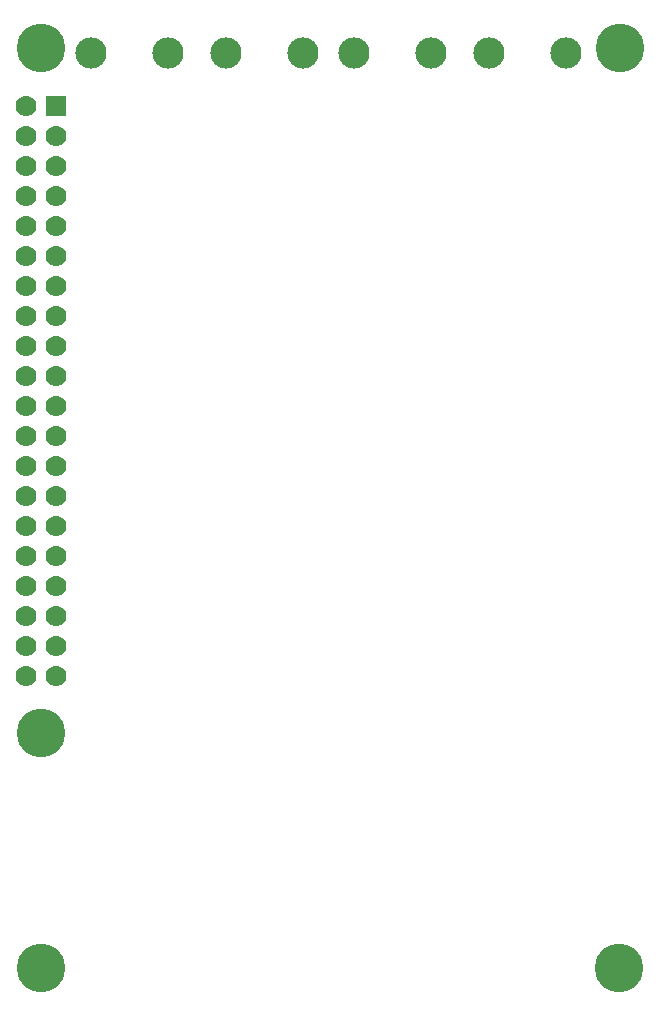
<source format=gbr>
G04 EAGLE Gerber RS-274X export*
G75*
%MOMM*%
%FSLAX34Y34*%
%LPD*%
%INSoldermask Bottom*%
%IPPOS*%
%AMOC8*
5,1,8,0,0,1.08239X$1,22.5*%
G01*
%ADD10C,2.641600*%
%ADD11R,1.778000X1.778000*%
%ADD12C,1.778000*%
%ADD13C,4.117600*%


D10*
X297700Y812800D03*
X362700Y812800D03*
X75450Y812800D03*
X140450Y812800D03*
D11*
X45650Y768350D03*
D12*
X20250Y768350D03*
X45650Y742950D03*
X20250Y742950D03*
X45650Y717550D03*
X20250Y717550D03*
X45650Y692150D03*
X20250Y692150D03*
X45650Y666750D03*
X20250Y666750D03*
X45650Y641350D03*
X20250Y641350D03*
X45650Y615950D03*
X20250Y615950D03*
X45650Y590550D03*
X20250Y590550D03*
X45650Y565150D03*
X20250Y565150D03*
X45650Y539750D03*
X20250Y539750D03*
X45650Y514350D03*
X20250Y514350D03*
X45650Y488950D03*
X20250Y488950D03*
X45650Y463550D03*
X20250Y463550D03*
X45650Y438150D03*
X20250Y438150D03*
X45650Y412750D03*
X20250Y412750D03*
X45650Y387350D03*
X20250Y387350D03*
X45650Y361950D03*
X20250Y361950D03*
X45650Y336550D03*
X20250Y336550D03*
X45650Y311150D03*
X20250Y311150D03*
X45650Y285750D03*
X20250Y285750D03*
D13*
X32766Y817118D03*
X522732Y817118D03*
X522478Y38100D03*
X32512Y38100D03*
D10*
X412000Y812800D03*
X477000Y812800D03*
X189750Y812800D03*
X254750Y812800D03*
D13*
X32766Y237236D03*
M02*

</source>
